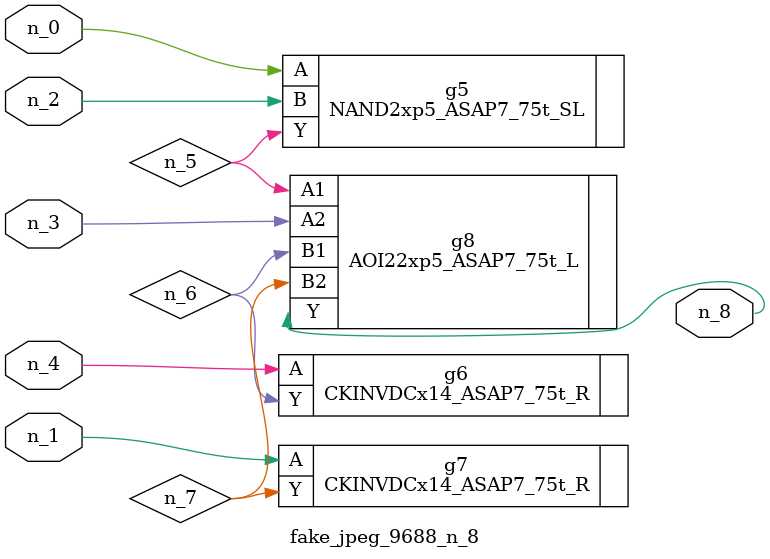
<source format=v>
module fake_jpeg_9688_n_8 (n_3, n_2, n_1, n_0, n_4, n_8);

input n_3;
input n_2;
input n_1;
input n_0;
input n_4;

output n_8;

wire n_6;
wire n_5;
wire n_7;

NAND2xp5_ASAP7_75t_SL g5 ( 
.A(n_0),
.B(n_2),
.Y(n_5)
);

CKINVDCx14_ASAP7_75t_R g6 ( 
.A(n_4),
.Y(n_6)
);

CKINVDCx14_ASAP7_75t_R g7 ( 
.A(n_1),
.Y(n_7)
);

AOI22xp5_ASAP7_75t_L g8 ( 
.A1(n_5),
.A2(n_3),
.B1(n_6),
.B2(n_7),
.Y(n_8)
);


endmodule
</source>
